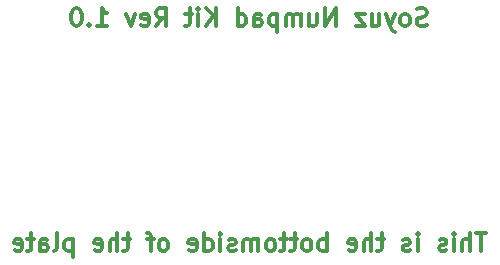
<source format=gbs>
G04 #@! TF.GenerationSoftware,KiCad,Pcbnew,5.1.10-5.1.10*
G04 #@! TF.CreationDate,2021-07-11T16:51:32+05:30*
G04 #@! TF.ProjectId,Soyuz_top,536f7975-7a5f-4746-9f70-2e6b69636164,rev?*
G04 #@! TF.SameCoordinates,Original*
G04 #@! TF.FileFunction,Soldermask,Bot*
G04 #@! TF.FilePolarity,Negative*
%FSLAX46Y46*%
G04 Gerber Fmt 4.6, Leading zero omitted, Abs format (unit mm)*
G04 Created by KiCad (PCBNEW 5.1.10-5.1.10) date 2021-07-11 16:51:32*
%MOMM*%
%LPD*%
G01*
G04 APERTURE LIST*
%ADD10C,0.300000*%
G04 APERTURE END LIST*
D10*
X174852678Y-86491071D02*
X173995535Y-86491071D01*
X174424107Y-87991071D02*
X174424107Y-86491071D01*
X173495535Y-87991071D02*
X173495535Y-86491071D01*
X172852678Y-87991071D02*
X172852678Y-87205357D01*
X172924107Y-87062500D01*
X173066964Y-86991071D01*
X173281250Y-86991071D01*
X173424107Y-87062500D01*
X173495535Y-87133928D01*
X172138392Y-87991071D02*
X172138392Y-86991071D01*
X172138392Y-86491071D02*
X172209821Y-86562500D01*
X172138392Y-86633928D01*
X172066964Y-86562500D01*
X172138392Y-86491071D01*
X172138392Y-86633928D01*
X171495535Y-87919642D02*
X171352678Y-87991071D01*
X171066964Y-87991071D01*
X170924107Y-87919642D01*
X170852678Y-87776785D01*
X170852678Y-87705357D01*
X170924107Y-87562500D01*
X171066964Y-87491071D01*
X171281250Y-87491071D01*
X171424107Y-87419642D01*
X171495535Y-87276785D01*
X171495535Y-87205357D01*
X171424107Y-87062500D01*
X171281250Y-86991071D01*
X171066964Y-86991071D01*
X170924107Y-87062500D01*
X169066964Y-87991071D02*
X169066964Y-86991071D01*
X169066964Y-86491071D02*
X169138392Y-86562500D01*
X169066964Y-86633928D01*
X168995535Y-86562500D01*
X169066964Y-86491071D01*
X169066964Y-86633928D01*
X168424107Y-87919642D02*
X168281250Y-87991071D01*
X167995535Y-87991071D01*
X167852678Y-87919642D01*
X167781250Y-87776785D01*
X167781250Y-87705357D01*
X167852678Y-87562500D01*
X167995535Y-87491071D01*
X168209821Y-87491071D01*
X168352678Y-87419642D01*
X168424107Y-87276785D01*
X168424107Y-87205357D01*
X168352678Y-87062500D01*
X168209821Y-86991071D01*
X167995535Y-86991071D01*
X167852678Y-87062500D01*
X166209821Y-86991071D02*
X165638392Y-86991071D01*
X165995535Y-86491071D02*
X165995535Y-87776785D01*
X165924107Y-87919642D01*
X165781250Y-87991071D01*
X165638392Y-87991071D01*
X165138392Y-87991071D02*
X165138392Y-86491071D01*
X164495535Y-87991071D02*
X164495535Y-87205357D01*
X164566964Y-87062500D01*
X164709821Y-86991071D01*
X164924107Y-86991071D01*
X165066964Y-87062500D01*
X165138392Y-87133928D01*
X163209821Y-87919642D02*
X163352678Y-87991071D01*
X163638392Y-87991071D01*
X163781250Y-87919642D01*
X163852678Y-87776785D01*
X163852678Y-87205357D01*
X163781250Y-87062500D01*
X163638392Y-86991071D01*
X163352678Y-86991071D01*
X163209821Y-87062500D01*
X163138392Y-87205357D01*
X163138392Y-87348214D01*
X163852678Y-87491071D01*
X161352678Y-87991071D02*
X161352678Y-86491071D01*
X161352678Y-87062500D02*
X161209821Y-86991071D01*
X160924107Y-86991071D01*
X160781250Y-87062500D01*
X160709821Y-87133928D01*
X160638392Y-87276785D01*
X160638392Y-87705357D01*
X160709821Y-87848214D01*
X160781250Y-87919642D01*
X160924107Y-87991071D01*
X161209821Y-87991071D01*
X161352678Y-87919642D01*
X159781250Y-87991071D02*
X159924107Y-87919642D01*
X159995535Y-87848214D01*
X160066964Y-87705357D01*
X160066964Y-87276785D01*
X159995535Y-87133928D01*
X159924107Y-87062500D01*
X159781250Y-86991071D01*
X159566964Y-86991071D01*
X159424107Y-87062500D01*
X159352678Y-87133928D01*
X159281250Y-87276785D01*
X159281250Y-87705357D01*
X159352678Y-87848214D01*
X159424107Y-87919642D01*
X159566964Y-87991071D01*
X159781250Y-87991071D01*
X158852678Y-86991071D02*
X158281250Y-86991071D01*
X158638392Y-86491071D02*
X158638392Y-87776785D01*
X158566964Y-87919642D01*
X158424107Y-87991071D01*
X158281250Y-87991071D01*
X157995535Y-86991071D02*
X157424107Y-86991071D01*
X157781250Y-86491071D02*
X157781250Y-87776785D01*
X157709821Y-87919642D01*
X157566964Y-87991071D01*
X157424107Y-87991071D01*
X156709821Y-87991071D02*
X156852678Y-87919642D01*
X156924107Y-87848214D01*
X156995535Y-87705357D01*
X156995535Y-87276785D01*
X156924107Y-87133928D01*
X156852678Y-87062500D01*
X156709821Y-86991071D01*
X156495535Y-86991071D01*
X156352678Y-87062500D01*
X156281250Y-87133928D01*
X156209821Y-87276785D01*
X156209821Y-87705357D01*
X156281250Y-87848214D01*
X156352678Y-87919642D01*
X156495535Y-87991071D01*
X156709821Y-87991071D01*
X155566964Y-87991071D02*
X155566964Y-86991071D01*
X155566964Y-87133928D02*
X155495535Y-87062500D01*
X155352678Y-86991071D01*
X155138392Y-86991071D01*
X154995535Y-87062500D01*
X154924107Y-87205357D01*
X154924107Y-87991071D01*
X154924107Y-87205357D02*
X154852678Y-87062500D01*
X154709821Y-86991071D01*
X154495535Y-86991071D01*
X154352678Y-87062500D01*
X154281250Y-87205357D01*
X154281250Y-87991071D01*
X153638392Y-87919642D02*
X153495535Y-87991071D01*
X153209821Y-87991071D01*
X153066964Y-87919642D01*
X152995535Y-87776785D01*
X152995535Y-87705357D01*
X153066964Y-87562500D01*
X153209821Y-87491071D01*
X153424107Y-87491071D01*
X153566964Y-87419642D01*
X153638392Y-87276785D01*
X153638392Y-87205357D01*
X153566964Y-87062500D01*
X153424107Y-86991071D01*
X153209821Y-86991071D01*
X153066964Y-87062500D01*
X152352678Y-87991071D02*
X152352678Y-86991071D01*
X152352678Y-86491071D02*
X152424107Y-86562500D01*
X152352678Y-86633928D01*
X152281250Y-86562500D01*
X152352678Y-86491071D01*
X152352678Y-86633928D01*
X150995535Y-87991071D02*
X150995535Y-86491071D01*
X150995535Y-87919642D02*
X151138392Y-87991071D01*
X151424107Y-87991071D01*
X151566964Y-87919642D01*
X151638392Y-87848214D01*
X151709821Y-87705357D01*
X151709821Y-87276785D01*
X151638392Y-87133928D01*
X151566964Y-87062500D01*
X151424107Y-86991071D01*
X151138392Y-86991071D01*
X150995535Y-87062500D01*
X149709821Y-87919642D02*
X149852678Y-87991071D01*
X150138392Y-87991071D01*
X150281250Y-87919642D01*
X150352678Y-87776785D01*
X150352678Y-87205357D01*
X150281250Y-87062500D01*
X150138392Y-86991071D01*
X149852678Y-86991071D01*
X149709821Y-87062500D01*
X149638392Y-87205357D01*
X149638392Y-87348214D01*
X150352678Y-87491071D01*
X147638392Y-87991071D02*
X147781250Y-87919642D01*
X147852678Y-87848214D01*
X147924107Y-87705357D01*
X147924107Y-87276785D01*
X147852678Y-87133928D01*
X147781250Y-87062500D01*
X147638392Y-86991071D01*
X147424107Y-86991071D01*
X147281250Y-87062500D01*
X147209821Y-87133928D01*
X147138392Y-87276785D01*
X147138392Y-87705357D01*
X147209821Y-87848214D01*
X147281250Y-87919642D01*
X147424107Y-87991071D01*
X147638392Y-87991071D01*
X146709821Y-86991071D02*
X146138392Y-86991071D01*
X146495535Y-87991071D02*
X146495535Y-86705357D01*
X146424107Y-86562500D01*
X146281250Y-86491071D01*
X146138392Y-86491071D01*
X144709821Y-86991071D02*
X144138392Y-86991071D01*
X144495535Y-86491071D02*
X144495535Y-87776785D01*
X144424107Y-87919642D01*
X144281250Y-87991071D01*
X144138392Y-87991071D01*
X143638392Y-87991071D02*
X143638392Y-86491071D01*
X142995535Y-87991071D02*
X142995535Y-87205357D01*
X143066964Y-87062500D01*
X143209821Y-86991071D01*
X143424107Y-86991071D01*
X143566964Y-87062500D01*
X143638392Y-87133928D01*
X141709821Y-87919642D02*
X141852678Y-87991071D01*
X142138392Y-87991071D01*
X142281250Y-87919642D01*
X142352678Y-87776785D01*
X142352678Y-87205357D01*
X142281250Y-87062500D01*
X142138392Y-86991071D01*
X141852678Y-86991071D01*
X141709821Y-87062500D01*
X141638392Y-87205357D01*
X141638392Y-87348214D01*
X142352678Y-87491071D01*
X139852678Y-86991071D02*
X139852678Y-88491071D01*
X139852678Y-87062500D02*
X139709821Y-86991071D01*
X139424107Y-86991071D01*
X139281250Y-87062500D01*
X139209821Y-87133928D01*
X139138392Y-87276785D01*
X139138392Y-87705357D01*
X139209821Y-87848214D01*
X139281250Y-87919642D01*
X139424107Y-87991071D01*
X139709821Y-87991071D01*
X139852678Y-87919642D01*
X138281250Y-87991071D02*
X138424107Y-87919642D01*
X138495535Y-87776785D01*
X138495535Y-86491071D01*
X137066964Y-87991071D02*
X137066964Y-87205357D01*
X137138392Y-87062500D01*
X137281250Y-86991071D01*
X137566964Y-86991071D01*
X137709821Y-87062500D01*
X137066964Y-87919642D02*
X137209821Y-87991071D01*
X137566964Y-87991071D01*
X137709821Y-87919642D01*
X137781250Y-87776785D01*
X137781250Y-87633928D01*
X137709821Y-87491071D01*
X137566964Y-87419642D01*
X137209821Y-87419642D01*
X137066964Y-87348214D01*
X136566964Y-86991071D02*
X135995535Y-86991071D01*
X136352678Y-86491071D02*
X136352678Y-87776785D01*
X136281250Y-87919642D01*
X136138392Y-87991071D01*
X135995535Y-87991071D01*
X134924107Y-87919642D02*
X135066964Y-87991071D01*
X135352678Y-87991071D01*
X135495535Y-87919642D01*
X135566964Y-87776785D01*
X135566964Y-87205357D01*
X135495535Y-87062500D01*
X135352678Y-86991071D01*
X135066964Y-86991071D01*
X134924107Y-87062500D01*
X134852678Y-87205357D01*
X134852678Y-87348214D01*
X135566964Y-87491071D01*
X169816964Y-68869642D02*
X169602678Y-68941071D01*
X169245535Y-68941071D01*
X169102678Y-68869642D01*
X169031250Y-68798214D01*
X168959821Y-68655357D01*
X168959821Y-68512500D01*
X169031250Y-68369642D01*
X169102678Y-68298214D01*
X169245535Y-68226785D01*
X169531250Y-68155357D01*
X169674107Y-68083928D01*
X169745535Y-68012500D01*
X169816964Y-67869642D01*
X169816964Y-67726785D01*
X169745535Y-67583928D01*
X169674107Y-67512500D01*
X169531250Y-67441071D01*
X169174107Y-67441071D01*
X168959821Y-67512500D01*
X168102678Y-68941071D02*
X168245535Y-68869642D01*
X168316964Y-68798214D01*
X168388392Y-68655357D01*
X168388392Y-68226785D01*
X168316964Y-68083928D01*
X168245535Y-68012500D01*
X168102678Y-67941071D01*
X167888392Y-67941071D01*
X167745535Y-68012500D01*
X167674107Y-68083928D01*
X167602678Y-68226785D01*
X167602678Y-68655357D01*
X167674107Y-68798214D01*
X167745535Y-68869642D01*
X167888392Y-68941071D01*
X168102678Y-68941071D01*
X167102678Y-67941071D02*
X166745535Y-68941071D01*
X166388392Y-67941071D02*
X166745535Y-68941071D01*
X166888392Y-69298214D01*
X166959821Y-69369642D01*
X167102678Y-69441071D01*
X165174107Y-67941071D02*
X165174107Y-68941071D01*
X165816964Y-67941071D02*
X165816964Y-68726785D01*
X165745535Y-68869642D01*
X165602678Y-68941071D01*
X165388392Y-68941071D01*
X165245535Y-68869642D01*
X165174107Y-68798214D01*
X164602678Y-67941071D02*
X163816964Y-67941071D01*
X164602678Y-68941071D01*
X163816964Y-68941071D01*
X162102678Y-68941071D02*
X162102678Y-67441071D01*
X161245535Y-68941071D01*
X161245535Y-67441071D01*
X159888392Y-67941071D02*
X159888392Y-68941071D01*
X160531250Y-67941071D02*
X160531250Y-68726785D01*
X160459821Y-68869642D01*
X160316964Y-68941071D01*
X160102678Y-68941071D01*
X159959821Y-68869642D01*
X159888392Y-68798214D01*
X159174107Y-68941071D02*
X159174107Y-67941071D01*
X159174107Y-68083928D02*
X159102678Y-68012500D01*
X158959821Y-67941071D01*
X158745535Y-67941071D01*
X158602678Y-68012500D01*
X158531250Y-68155357D01*
X158531250Y-68941071D01*
X158531250Y-68155357D02*
X158459821Y-68012500D01*
X158316964Y-67941071D01*
X158102678Y-67941071D01*
X157959821Y-68012500D01*
X157888392Y-68155357D01*
X157888392Y-68941071D01*
X157174107Y-67941071D02*
X157174107Y-69441071D01*
X157174107Y-68012500D02*
X157031250Y-67941071D01*
X156745535Y-67941071D01*
X156602678Y-68012500D01*
X156531250Y-68083928D01*
X156459821Y-68226785D01*
X156459821Y-68655357D01*
X156531250Y-68798214D01*
X156602678Y-68869642D01*
X156745535Y-68941071D01*
X157031250Y-68941071D01*
X157174107Y-68869642D01*
X155174107Y-68941071D02*
X155174107Y-68155357D01*
X155245535Y-68012500D01*
X155388392Y-67941071D01*
X155674107Y-67941071D01*
X155816964Y-68012500D01*
X155174107Y-68869642D02*
X155316964Y-68941071D01*
X155674107Y-68941071D01*
X155816964Y-68869642D01*
X155888392Y-68726785D01*
X155888392Y-68583928D01*
X155816964Y-68441071D01*
X155674107Y-68369642D01*
X155316964Y-68369642D01*
X155174107Y-68298214D01*
X153816964Y-68941071D02*
X153816964Y-67441071D01*
X153816964Y-68869642D02*
X153959821Y-68941071D01*
X154245535Y-68941071D01*
X154388392Y-68869642D01*
X154459821Y-68798214D01*
X154531250Y-68655357D01*
X154531250Y-68226785D01*
X154459821Y-68083928D01*
X154388392Y-68012500D01*
X154245535Y-67941071D01*
X153959821Y-67941071D01*
X153816964Y-68012500D01*
X151959821Y-68941071D02*
X151959821Y-67441071D01*
X151102678Y-68941071D02*
X151745535Y-68083928D01*
X151102678Y-67441071D02*
X151959821Y-68298214D01*
X150459821Y-68941071D02*
X150459821Y-67941071D01*
X150459821Y-67441071D02*
X150531250Y-67512500D01*
X150459821Y-67583928D01*
X150388392Y-67512500D01*
X150459821Y-67441071D01*
X150459821Y-67583928D01*
X149959821Y-67941071D02*
X149388392Y-67941071D01*
X149745535Y-67441071D02*
X149745535Y-68726785D01*
X149674107Y-68869642D01*
X149531250Y-68941071D01*
X149388392Y-68941071D01*
X146888392Y-68941071D02*
X147388392Y-68226785D01*
X147745535Y-68941071D02*
X147745535Y-67441071D01*
X147174107Y-67441071D01*
X147031250Y-67512500D01*
X146959821Y-67583928D01*
X146888392Y-67726785D01*
X146888392Y-67941071D01*
X146959821Y-68083928D01*
X147031250Y-68155357D01*
X147174107Y-68226785D01*
X147745535Y-68226785D01*
X145674107Y-68869642D02*
X145816964Y-68941071D01*
X146102678Y-68941071D01*
X146245535Y-68869642D01*
X146316964Y-68726785D01*
X146316964Y-68155357D01*
X146245535Y-68012500D01*
X146102678Y-67941071D01*
X145816964Y-67941071D01*
X145674107Y-68012500D01*
X145602678Y-68155357D01*
X145602678Y-68298214D01*
X146316964Y-68441071D01*
X145102678Y-67941071D02*
X144745535Y-68941071D01*
X144388392Y-67941071D01*
X141888392Y-68941071D02*
X142745535Y-68941071D01*
X142316964Y-68941071D02*
X142316964Y-67441071D01*
X142459821Y-67655357D01*
X142602678Y-67798214D01*
X142745535Y-67869642D01*
X141245535Y-68798214D02*
X141174107Y-68869642D01*
X141245535Y-68941071D01*
X141316964Y-68869642D01*
X141245535Y-68798214D01*
X141245535Y-68941071D01*
X140245535Y-67441071D02*
X140102678Y-67441071D01*
X139959821Y-67512500D01*
X139888392Y-67583928D01*
X139816964Y-67726785D01*
X139745535Y-68012500D01*
X139745535Y-68369642D01*
X139816964Y-68655357D01*
X139888392Y-68798214D01*
X139959821Y-68869642D01*
X140102678Y-68941071D01*
X140245535Y-68941071D01*
X140388392Y-68869642D01*
X140459821Y-68798214D01*
X140531250Y-68655357D01*
X140602678Y-68369642D01*
X140602678Y-68012500D01*
X140531250Y-67726785D01*
X140459821Y-67583928D01*
X140388392Y-67512500D01*
X140245535Y-67441071D01*
M02*

</source>
